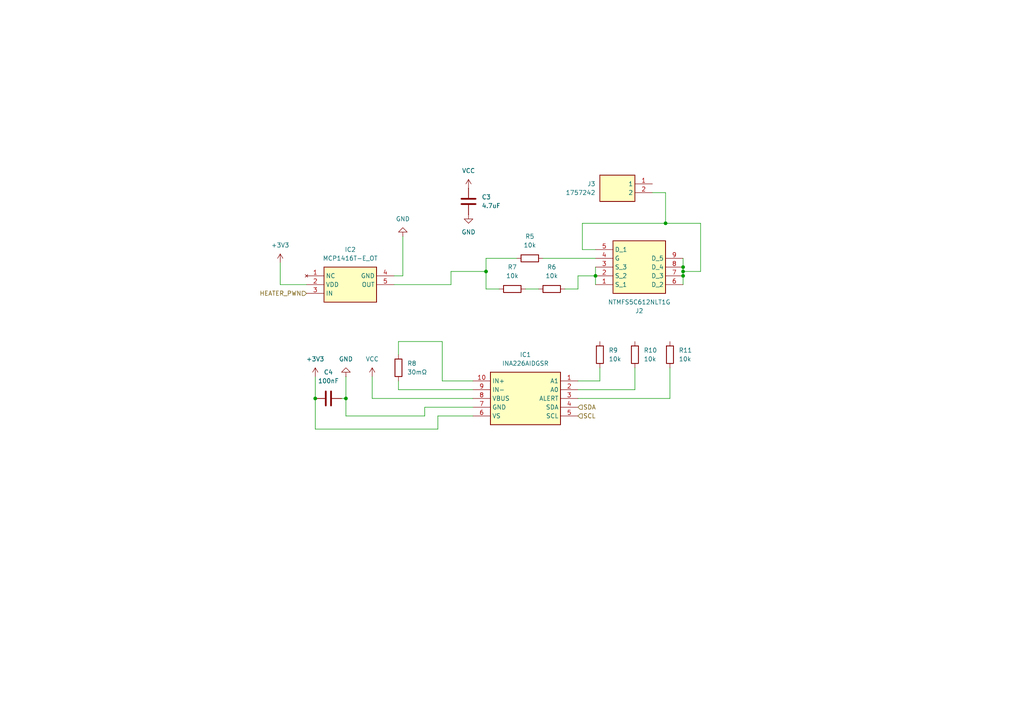
<source format=kicad_sch>
(kicad_sch (version 20250114) (generator "eeschema") (generator_version "9.0")
  (paper "A4")
  (lib_symbols
    (symbol "Device:C" (pin_numbers (hide yes)) (pin_names (offset 0.254))
      (property "Reference" "C" (at 0.635 2.54 0))
      (property "Value" "C" (at 0.635 -2.54 0))
      (symbol "C_0_1"
        (polyline (pts (xy -2.032 0.762) (xy 2.032 0.762)) (stroke (width 0.508)))
        (polyline (pts (xy -2.032 -0.762) (xy 2.032 -0.762)) (stroke (width 0.508)))
      )
      (symbol "C_1_1"
        (pin passive line (at 0 3.81 270) (length 2.794) (name "~") (number "1"))
        (pin passive line (at 0 -3.81 90) (length 2.794) (name "~") (number "2"))
      )
    )
    (symbol "Device:R" (pin_numbers (hide yes)) (pin_names (offset 0))
      (property "Reference" "R" (at 2.032 0 90))
      (property "Value" "R" (at 0 0 90))
      (symbol "R_0_1"
        (rectangle (start -1.016 -2.54) (end 1.016 2.54) (stroke (width 0.254)))
      )
      (symbol "R_1_1"
        (pin passive line (at 0 3.81 270) (length 1.27) (name "~") (number "1"))
        (pin passive line (at 0 -3.81 90) (length 1.27) (name "~") (number "2"))
      )
    )
    (symbol "INA226AIDGSR:INA226AIDGSR"
      (property "Reference" "IC" (at 26.67 7.62 0))
      (property "Value" "INA226AIDGSR" (at 26.67 5.08 0))
      (symbol "INA226AIDGSR_1_1"
        (rectangle (start 5.08 2.54) (end 25.4 -12.7) (stroke (width 0.254)) (fill (type background)))
        (pin passive line (at 0 0 0) (length 5.08) (name "A1") (number "1"))
        (pin passive line (at 0 -2.54 0) (length 5.08) (name "A0") (number "2"))
        (pin passive line (at 0 -5.08 0) (length 5.08) (name "ALERT") (number "3"))
        (pin passive line (at 0 -7.62 0) (length 5.08) (name "SDA") (number "4"))
        (pin passive line (at 0 -10.16 0) (length 5.08) (name "SCL") (number "5"))
        (pin passive line (at 30.48 0 180) (length 5.08) (name "IN+") (number "10"))
        (pin passive line (at 30.48 -2.54 180) (length 5.08) (name "IN-") (number "9"))
        (pin passive line (at 30.48 -5.08 180) (length 5.08) (name "VBUS") (number "8"))
        (pin passive line (at 30.48 -7.62 180) (length 5.08) (name "GND") (number "7"))
        (pin passive line (at 30.48 -10.16 180) (length 5.08) (name "VS") (number "6"))
      )
    )
    (symbol "MCP1416T-E/OT:MCP1416T-E_OT"
      (property "Reference" "IC" (at 21.59 7.62 0))
      (property "Value" "MCP1416T-E_OT" (at 21.59 5.08 0))
      (symbol "MCP1416T-E_OT_1_1"
        (rectangle (start 5.08 2.54) (end 20.32 -7.62) (stroke (width 0.254)) (fill (type background)))
        (pin no_connect line (at 0 0 0) (length 5.08) (name "NC") (number "1"))
        (pin passive line (at 0 -2.54 0) (length 5.08) (name "VDD") (number "2"))
        (pin passive line (at 0 -5.08 0) (length 5.08) (name "IN") (number "3"))
        (pin passive line (at 25.4 0 180) (length 5.08) (name "GND") (number "4"))
        (pin passive line (at 25.4 -2.54 180) (length 5.08) (name "OUT") (number "5"))
      )
    )
    (symbol "NTMFS5C612NLT1G:NTMFS5C612NLT1G"
      (property "Reference" "J" (at 21.59 7.62 0))
      (property "Value" "NTMFS5C612NLT1G" (at 21.59 5.08 0))
      (symbol "NTMFS5C612NLT1G_1_1"
        (rectangle (start 5.08 2.54) (end 20.32 -12.7) (stroke (width 0.254)) (fill (type background)))
        (pin passive line (at 0 0 0) (length 5.08) (name "S_1") (number "1"))
        (pin passive line (at 0 -2.54 0) (length 5.08) (name "S_2") (number "2"))
        (pin passive line (at 0 -5.08 0) (length 5.08) (name "S_3") (number "3"))
        (pin passive line (at 0 -7.62 0) (length 5.08) (name "G") (number "4"))
        (pin passive line (at 0 -10.16 0) (length 5.08) (name "D_1") (number "5"))
        (pin passive line (at 25.4 0 180) (length 5.08) (name "D_2") (number "6"))
        (pin passive line (at 25.4 -2.54 180) (length 5.08) (name "D_3") (number "7"))
        (pin passive line (at 25.4 -5.08 180) (length 5.08) (name "D_4") (number "8"))
        (pin passive line (at 25.4 -7.62 180) (length 5.08) (name "D_5") (number "9"))
      )
    )
    (symbol "Phoenix 5.08 2P:1757242"
      (property "Reference" "J" (at 16.51 7.62 0))
      (property "Value" "1757242" (at 16.51 5.08 0))
      (symbol "1757242_1_1"
        (rectangle (start 5.08 2.54) (end 15.24 -5.08) (stroke (width 0.254)) (fill (type background)))
        (pin passive line (at 0 0 0) (length 5.08) (name "1") (number "1"))
        (pin passive line (at 0 -2.54 0) (length 5.08) (name "2") (number "2"))
      )
    )
    (symbol "power:+3V3" (power) (pin_numbers (hide yes)) (pin_names (offset 0) (hide yes))
      (property "Value" "+3V3" (at 0 3.556 0))
      (symbol "+3V3_0_1"
        (polyline (pts (xy -0.762 1.27) (xy 0 2.54)))
        (polyline (pts (xy 0 2.54) (xy 0.762 1.27)))
        (polyline (pts (xy 0 0) (xy 0 2.54)))
      )
      (symbol "+3V3_1_1"
        (pin power_in line (at 0 0 90) (length 0) (name "~") (number "1"))
      )
    )
    (symbol "power:GND" (power) (pin_numbers (hide yes)) (pin_names (offset 0) (hide yes))
      (property "Value" "GND" (at 0 -3.81 0))
      (symbol "GND_0_1"
        (polyline (pts (xy 0 0) (xy 0 -1.27) (xy 1.27 -1.27) (xy 0 -2.54) (xy -1.27 -1.27) (xy 0 -1.27)))
      )
      (symbol "GND_1_1"
        (pin power_in line (at 0 0 270) (length 0) (name "~") (number "1"))
      )
    )
    (symbol "power:VCC" (power) (pin_numbers (hide yes)) (pin_names (offset 0) (hide yes))
      (property "Value" "VCC" (at 0 3.556 0))
      (symbol "VCC_0_1"
        (polyline (pts (xy -0.762 1.27) (xy 0 2.54)))
        (polyline (pts (xy 0 2.54) (xy 0.762 1.27)))
        (polyline (pts (xy 0 0) (xy 0 2.54)))
      )
      (symbol "VCC_1_1"
        (pin power_in line (at 0 0 90) (length 0) (name "~") (number "1"))
      )
    )
  )
  (junction (at 193.04 64.77))
  (junction (at 198.12 77.47))
  (junction (at 91.44 115.57))
  (junction (at 140.97 78.74))
  (junction (at 198.12 78.74))
  (junction (at 198.12 80.01))
  (junction (at 100.33 115.57))
  (junction (at 172.72 80.01))
  (wire (pts (xy 203.2 64.77) (xy 193.04 64.77)))
  (wire (pts (xy 91.44 115.57) (xy 91.44 124.46)))
  (wire (pts (xy 137.16 110.49) (xy 128.27 110.49)))
  (wire (pts (xy 140.97 83.82) (xy 140.97 78.74)))
  (wire (pts (xy 157.48 74.93) (xy 172.72 74.93)))
  (wire (pts (xy 130.81 82.55) (xy 130.81 78.74)))
  (wire (pts (xy 198.12 80.01) (xy 198.12 82.55)))
  (wire (pts (xy 123.19 120.65) (xy 123.19 118.11)))
  (wire (pts (xy 130.81 78.74) (xy 140.97 78.74)))
  (wire (pts (xy 123.19 118.11) (xy 137.16 118.11)))
  (wire (pts (xy 184.15 113.03) (xy 184.15 106.68)))
  (wire (pts (xy 198.12 74.93) (xy 198.12 77.47)))
  (wire (pts (xy 114.3 80.01) (xy 116.84 80.01)))
  (wire (pts (xy 99.06 115.57) (xy 100.33 115.57)))
  (wire (pts (xy 100.33 120.65) (xy 123.19 120.65)))
  (wire (pts (xy 172.72 80.01) (xy 172.72 82.55)))
  (wire (pts (xy 114.3 82.55) (xy 130.81 82.55)))
  (wire (pts (xy 127 124.46) (xy 91.44 124.46)))
  (wire (pts (xy 173.99 110.49) (xy 173.99 106.68)))
  (wire (pts (xy 81.28 82.55) (xy 81.28 76.2)))
  (wire (pts (xy 198.12 77.47) (xy 198.12 78.74)))
  (wire (pts (xy 88.9 82.55) (xy 81.28 82.55)))
  (wire (pts (xy 167.64 115.57) (xy 194.31 115.57)))
  (wire (pts (xy 100.33 115.57) (xy 100.33 109.22)))
  (wire (pts (xy 137.16 115.57) (xy 107.95 115.57)))
  (wire (pts (xy 144.78 83.82) (xy 140.97 83.82)))
  (wire (pts (xy 128.27 99.06) (xy 115.57 99.06)))
  (wire (pts (xy 172.72 80.01) (xy 167.64 80.01)))
  (wire (pts (xy 193.04 64.77) (xy 168.91 64.77)))
  (wire (pts (xy 115.57 99.06) (xy 115.57 102.87)))
  (wire (pts (xy 172.72 77.47) (xy 172.72 80.01)))
  (wire (pts (xy 137.16 120.65) (xy 127 120.65)))
  (wire (pts (xy 115.57 110.49) (xy 115.57 113.03)))
  (wire (pts (xy 167.64 110.49) (xy 173.99 110.49)))
  (wire (pts (xy 193.04 55.88) (xy 193.04 64.77)))
  (wire (pts (xy 152.4 83.82) (xy 156.21 83.82)))
  (wire (pts (xy 127 120.65) (xy 127 124.46)))
  (wire (pts (xy 168.91 72.39) (xy 172.72 72.39)))
  (wire (pts (xy 203.2 78.74) (xy 203.2 64.77)))
  (wire (pts (xy 100.33 120.65) (xy 100.33 115.57)))
  (wire (pts (xy 189.23 55.88) (xy 193.04 55.88)))
  (wire (pts (xy 167.64 113.03) (xy 184.15 113.03)))
  (wire (pts (xy 107.95 115.57) (xy 107.95 109.22)))
  (wire (pts (xy 128.27 110.49) (xy 128.27 99.06)))
  (wire (pts (xy 115.57 113.03) (xy 137.16 113.03)))
  (wire (pts (xy 198.12 78.74) (xy 198.12 80.01)))
  (wire (pts (xy 198.12 78.74) (xy 203.2 78.74)))
  (wire (pts (xy 140.97 74.93) (xy 149.86 74.93)))
  (wire (pts (xy 163.83 83.82) (xy 167.64 83.82)))
  (wire (pts (xy 168.91 64.77) (xy 168.91 72.39)))
  (wire (pts (xy 167.64 80.01) (xy 167.64 83.82)))
  (wire (pts (xy 116.84 80.01) (xy 116.84 68.58)))
  (wire (pts (xy 194.31 115.57) (xy 194.31 106.68)))
  (wire (pts (xy 91.44 109.22) (xy 91.44 115.57)))
  (wire (pts (xy 140.97 78.74) (xy 140.97 74.93)))
  (hierarchical_label "SCL" (shape input) (at 167.64 120.65 0))
  (hierarchical_label "SDA" (shape input) (at 167.64 118.11 0))
  (hierarchical_label "HEATER_PWN" (shape input) (at 88.9 85.09 180))
  (symbol (lib_id "Device:R") (at 173.99 102.87 180) (unit 1)
    (property "Reference" "R9" (at 176.53 101.5999 0) (effects (justify right)))
    (property "Value" "10k" (at 176.53 104.1399 0) (effects (justify right)))
    (property "Footprint" "Resistor_SMD:R_0402_1005Metric" (effects (hide yes)))
    (property "Description" "Resistor" (effects (hide yes)))
  )
  (symbol (lib_id "power:VCC") (at 135.89 54.61 0) (unit 1)
    (property "Reference" "#PWR011" (effects (hide yes)))
    (property "Value" "VCC" (at 135.89 49.53 0))
    (property "Description" "Power symbol creates a global label with name \"VCC\"" (effects (hide yes)))
  )
  (symbol (lib_id "power:GND") (at 116.84 68.58 180) (unit 1)
    (property "Reference" "#PWR09" (effects (hide yes)))
    (property "Value" "GND" (at 116.84 63.5 0))
    (property "Description" "Power symbol creates a global label with name \"GND\" , ground" (effects (hide yes)))
  )
  (symbol (lib_id "MCP1416T-E/OT:MCP1416T-E_OT") (at 88.9 80.01 0) (unit 1)
    (property "Reference" "IC2" (at 101.6 72.39 0))
    (property "Value" "MCP1416T-E_OT" (at 101.6 74.93 0))
    (property "Footprint" "SOT95P270X145-5N" (effects (hide yes)))
    (property "Datasheet" "https://datasheet.datasheetarchive.com/originals/distributors/Datasheets-DGA14/636094.pdf" (effects (hide yes)))
    (property "Description" "MOSFET Driver 1.5A High-Speed 18V SOT23" (effects (hide yes)))
    (property "Height" "1.45" (effects (hide yes)))
    (property "Mouser Part Number" "579-MCP1416T-E/OT" (effects (hide yes)))
    (property "Mouser Price/Stock" "https://www.mouser.co.uk/ProductDetail/Microchip-Technology/MCP1416T-E-OT?qs=hH%252BOa0VZEiBT%252BgAjATFU6A%3D%3D" (effects (hide yes)))
    (property "Manufacturer_Name" "Microchip" (effects (hide yes)))
    (property "Manufacturer_Part_Number" "MCP1416T-E/OT" (effects (hide yes)))
  )
  (symbol (lib_id "power:GND") (at 135.89 62.23 0) (unit 1)
    (property "Reference" "#PWR012" (effects (hide yes)))
    (property "Value" "GND" (at 135.89 67.31 0))
    (property "Description" "Power symbol creates a global label with name \"GND\" , ground" (effects (hide yes)))
  )
  (symbol (lib_id "Phoenix 5.08 2P:1757242") (at 189.23 53.34 0) (mirror y) (unit 1)
    (property "Reference" "J3" (at 172.72 53.3399 0) (effects (justify left)))
    (property "Value" "1757242" (at 172.72 55.8799 0) (effects (justify left)))
    (property "Footprint" "1757242" (effects (hide yes)))
    (property "Datasheet" "http://www.phoenixcontact.com/de/produkte/1757242/pdf" (effects (hide yes)))
    (property "Description" "PCB header, nominal cross section: 2.5 mm?, color: green, nominal current: 12 A, rated voltage (III/2): 320 V, contact surface: Tin, type of contact: Male connector, Number of potentials: 2, Number of rows: 1, Number of positions per row: 2, number of connections: 2, product range: MSTBA 2,5/..-G, pitch: 5.08 mm, mounting: Wave soldering, pin layout: Linear pinning, solder pin [P]: 3.5 mm, Stecksystem: CLASSIC COMBICON, Locking: without, type of packaging: packed in cardboard" (effects (hide yes)))
    (property "Height" "8.72" (effects (hide yes)))
    (property "Mouser Part Number" "651-1757242" (effects (hide yes)))
    (property "Mouser Price/Stock" "https://www.mouser.co.uk/ProductDetail/Phoenix-Contact/1757242?qs=uD%2FdkN7XIa3Ejiz9qDxlzw%3D%3D" (effects (hide yes)))
    (property "Manufacturer_Name" "Phoenix Contact" (effects (hide yes)))
    (property "Manufacturer_Part_Number" "1757242" (effects (hide yes)))
  )
  (symbol (lib_id "Device:R") (at 148.59 83.82 90) (unit 1)
    (property "Reference" "R7" (at 148.59 77.47 90))
    (property "Value" "10k" (at 148.59 80.01 90))
    (property "Footprint" "Resistor_SMD:R_0402_1005Metric" (effects (hide yes)))
    (property "Description" "Resistor" (effects (hide yes)))
  )
  (symbol (lib_id "NTMFS5C612NLT1G:NTMFS5C612NLT1G") (at 172.72 82.55 0) (mirror x) (unit 1)
    (property "Reference" "J2" (at 185.42 90.17 0))
    (property "Value" "NTMFS5C612NLT1G" (at 185.42 87.63 0))
    (property "Footprint" "NTMFS5C612NLT1G" (effects (hide yes)))
    (property "Datasheet" "https://www.onsemi.com/pub/Collateral/NTMFS5C612NL-D.PDF" (effects (hide yes)))
    (property "Description" "Low RDS(on); Low Input Capacitance; NTMFS5C612NLWF  Wettable Flank Option for Enhanced Optical Inspection; RoHS Compliant" (effects (hide yes)))
    (property "Height" "1.15" (effects (hide yes)))
    (property "Mouser Part Number" "863-NTMFS5C612NLT1G" (effects (hide yes)))
    (property "Mouser Price/Stock" "https://www.mouser.co.uk/ProductDetail/onsemi/NTMFS5C612NLT1G?qs=dbuNSGnowt3fL%2FwPtjIOKQ%3D%3D" (effects (hide yes)))
    (property "Manufacturer_Name" "onsemi" (effects (hide yes)))
    (property "Manufacturer_Part_Number" "NTMFS5C612NLT1G" (effects (hide yes)))
  )
  (symbol (lib_id "INA226AIDGSR:INA226AIDGSR") (at 167.64 110.49 0) (mirror y) (unit 1)
    (property "Reference" "IC1" (at 152.4 102.87 0))
    (property "Value" "INA226AIDGSR" (at 152.4 105.41 0))
    (property "Footprint" "SOP50P490X110-10N" (effects (hide yes)))
    (property "Datasheet" "https://componentsearchengine.com/Datasheets/1/INA226AIDGSR.pdf" (effects (hide yes)))
    (property "Description" "36-V, Bi-Directional, Ultra-High Accuracy, Low-/High-Side, I2C Out Current/Power Monitor w/ Alert" (effects (hide yes)))
    (property "Height" "1.1" (effects (hide yes)))
    (property "Mouser Part Number" "595-INA226AIDGSR" (effects (hide yes)))
    (property "Mouser Price/Stock" "https://www.mouser.co.uk/ProductDetail/Texas-Instruments/INA226AIDGSR?qs=tQG3bEuiOZD4quG3egR36g%3D%3D" (effects (hide yes)))
    (property "Manufacturer_Name" "Texas Instruments" (effects (hide yes)))
    (property "Manufacturer_Part_Number" "INA226AIDGSR" (effects (hide yes)))
  )
  (symbol (lib_id "Device:C") (at 135.89 58.42 0) (unit 1)
    (property "Reference" "C3" (at 139.7 57.1499 0) (effects (justify left)))
    (property "Value" "4.7uF" (at 139.7 59.6899 0) (effects (justify left)))
    (property "Footprint" "Capacitor_SMD:C_1206_3216Metric" (effects (hide yes)))
    (property "Description" "Unpolarized capacitor" (effects (hide yes)))
  )
  (symbol (lib_id "Device:R") (at 194.31 102.87 180) (unit 1)
    (property "Reference" "R11" (at 196.85 101.5999 0) (effects (justify right)))
    (property "Value" "10k" (at 196.85 104.1399 0) (effects (justify right)))
    (property "Footprint" "Resistor_SMD:R_0402_1005Metric" (effects (hide yes)))
    (property "Description" "Resistor" (effects (hide yes)))
  )
  (symbol (lib_id "power:VCC") (at 107.95 109.22 0) (unit 1)
    (property "Reference" "#PWR013" (effects (hide yes)))
    (property "Value" "VCC" (at 107.95 104.14 0))
    (property "Description" "Power symbol creates a global label with name \"VCC\"" (effects (hide yes)))
  )
  (symbol (lib_id "Device:R") (at 153.67 74.93 90) (unit 1)
    (property "Reference" "R5" (at 153.67 68.58 90))
    (property "Value" "10k" (at 153.67 71.12 90))
    (property "Footprint" "Resistor_SMD:R_0402_1005Metric" (effects (hide yes)))
    (property "Description" "Resistor" (effects (hide yes)))
  )
  (symbol (lib_id "Device:R") (at 115.57 106.68 180) (unit 1)
    (property "Reference" "R8" (at 118.11 105.4099 0) (effects (justify right)))
    (property "Value" "30mΩ" (at 118.11 107.9499 0) (effects (justify right)))
    (property "Footprint" "Resistor_SMD:R_2512_6332Metric" (effects (hide yes)))
    (property "Description" "Resistor" (effects (hide yes)))
  )
  (symbol (lib_id "power:+3V3") (at 91.44 109.22 0) (unit 1)
    (property "Reference" "#PWR014" (effects (hide yes)))
    (property "Value" "+3V3" (at 91.44 104.14 0))
    (property "Description" "Power symbol creates a global label with name \"+3V3\"" (effects (hide yes)))
  )
  (symbol (lib_id "Device:C") (at 95.25 115.57 90) (unit 1)
    (property "Reference" "C4" (at 95.25 107.95 90))
    (property "Value" "100nF" (at 95.25 110.49 90))
    (property "Footprint" "Capacitor_SMD:C_0402_1005Metric" (effects (hide yes)))
    (property "Description" "Unpolarized capacitor" (effects (hide yes)))
  )
  (symbol (lib_id "Device:R") (at 184.15 102.87 180) (unit 1)
    (property "Reference" "R10" (at 186.69 101.5999 0) (effects (justify right)))
    (property "Value" "10k" (at 186.69 104.1399 0) (effects (justify right)))
    (property "Footprint" "Resistor_SMD:R_0402_1005Metric" (effects (hide yes)))
    (property "Description" "Resistor" (effects (hide yes)))
  )
  (symbol (lib_id "Device:R") (at 160.02 83.82 90) (unit 1)
    (property "Reference" "R6" (at 160.02 77.47 90))
    (property "Value" "10k" (at 160.02 80.01 90))
    (property "Footprint" "Resistor_SMD:R_0402_1005Metric" (effects (hide yes)))
    (property "Description" "Resistor" (effects (hide yes)))
  )
  (symbol (lib_id "power:GND") (at 100.33 109.22 180) (unit 1)
    (property "Reference" "#PWR015" (effects (hide yes)))
    (property "Value" "GND" (at 100.33 104.14 0))
    (property "Description" "Power symbol creates a global label with name \"GND\" , ground" (effects (hide yes)))
  )
  (symbol (lib_id "power:+3V3") (at 81.28 76.2 0) (unit 1)
    (property "Reference" "#PWR010" (effects (hide yes)))
    (property "Value" "+3V3" (at 81.28 71.12 0))
    (property "Description" "Power symbol creates a global label with name \"+3V3\"" (effects (hide yes)))
  )
)
</source>
